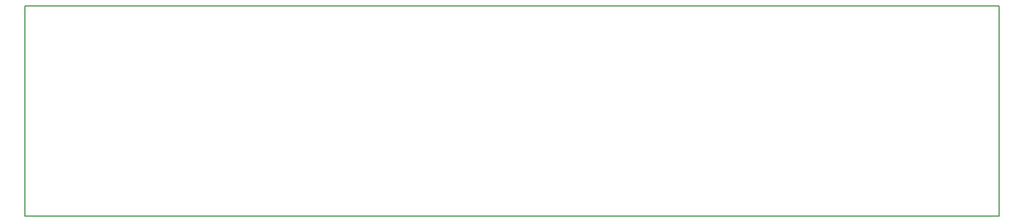
<source format=gbr>
%TF.GenerationSoftware,KiCad,Pcbnew,7.0.9*%
%TF.CreationDate,2025-01-11T11:52:05-05:00*%
%TF.ProjectId,PropellerClock,50726f70-656c-46c6-9572-436c6f636b2e,rev?*%
%TF.SameCoordinates,Original*%
%TF.FileFunction,Profile,NP*%
%FSLAX46Y46*%
G04 Gerber Fmt 4.6, Leading zero omitted, Abs format (unit mm)*
G04 Created by KiCad (PCBNEW 7.0.9) date 2025-01-11 11:52:05*
%MOMM*%
%LPD*%
G01*
G04 APERTURE LIST*
%TA.AperFunction,Profile*%
%ADD10C,0.200000*%
%TD*%
G04 APERTURE END LIST*
D10*
X69850000Y-69850000D02*
X69850000Y-102870000D01*
X222250000Y-69850000D02*
X222250000Y-102870000D01*
X69850000Y-102870000D02*
X222250000Y-102870000D01*
X69850000Y-69850000D02*
X222250000Y-69850000D01*
M02*

</source>
